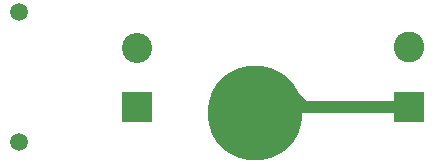
<source format=gbr>
%TF.GenerationSoftware,KiCad,Pcbnew,8.0.8*%
%TF.CreationDate,2025-05-09T18:55:12-05:00*%
%TF.ProjectId,PCB_screwSwitch,5043425f-7363-4726-9577-537769746368,rev?*%
%TF.SameCoordinates,Original*%
%TF.FileFunction,Copper,L2,Bot*%
%TF.FilePolarity,Positive*%
%FSLAX46Y46*%
G04 Gerber Fmt 4.6, Leading zero omitted, Abs format (unit mm)*
G04 Created by KiCad (PCBNEW 8.0.8) date 2025-05-09 18:55:12*
%MOMM*%
%LPD*%
G01*
G04 APERTURE LIST*
%TA.AperFunction,SMDPad,CuDef*%
%ADD10C,8.000000*%
%TD*%
%TA.AperFunction,ComponentPad*%
%ADD11C,2.550000*%
%TD*%
%TA.AperFunction,ComponentPad*%
%ADD12R,2.550000X2.550000*%
%TD*%
%TA.AperFunction,ComponentPad*%
%ADD13C,1.508000*%
%TD*%
%TA.AperFunction,ComponentPad*%
%ADD14R,2.600000X2.600000*%
%TD*%
%TA.AperFunction,ComponentPad*%
%ADD15C,2.600000*%
%TD*%
%TA.AperFunction,Conductor*%
%ADD16C,1.000000*%
%TD*%
G04 APERTURE END LIST*
D10*
%TO.P,H2,1,1*%
%TO.N,Net-(J2-Pin_1)*%
X162500000Y-85000000D03*
%TD*%
D11*
%TO.P,J1,N,N*%
%TO.N,Net-(J2-Pin_2)*%
X152500000Y-79500000D03*
D12*
%TO.P,J1,P,P*%
%TO.N,Net-(H1-Pad1)*%
X152500000Y-84500000D03*
D13*
%TO.P,J1,S1*%
%TO.N,N/C*%
X142500000Y-76500000D03*
%TO.P,J1,S2*%
X142500000Y-87500000D03*
%TD*%
D14*
%TO.P,J2,1,Pin_1*%
%TO.N,Net-(J2-Pin_1)*%
X175500000Y-84545000D03*
D15*
%TO.P,J2,2,Pin_2*%
%TO.N,Net-(J2-Pin_2)*%
X175500000Y-79465000D03*
%TD*%
D16*
%TO.N,Net-(J2-Pin_1)*%
X166605839Y-84545000D02*
X164780419Y-82719580D01*
X175500000Y-84545000D02*
X166605839Y-84545000D01*
%TD*%
M02*

</source>
